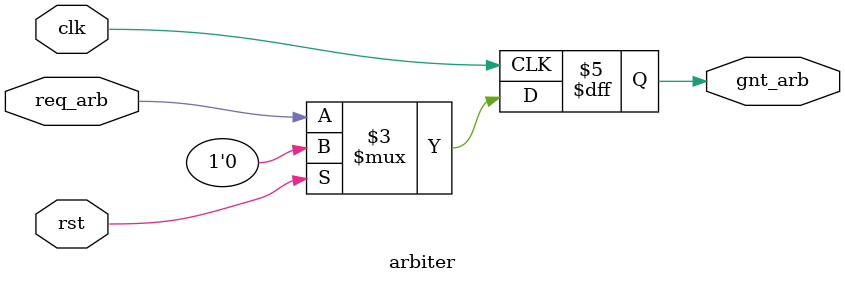
<source format=sv>
module arbiter(
				input clk,rst,
				input req_arb,
				output reg gnt_arb
				);
				
	always_ff@(posedge clk) begin
		if(rst) 
			gnt_arb <= 0;
		
		else
			gnt_arb <= req_arb;
	end
	
endmodule
</source>
